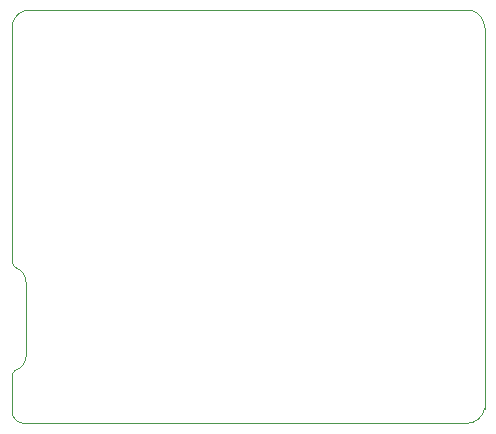
<source format=gm1>
G04 #@! TF.GenerationSoftware,KiCad,Pcbnew,(6.0.0)*
G04 #@! TF.CreationDate,2022-05-01T20:50:51-06:00*
G04 #@! TF.ProjectId,RX12G,52583132-472e-46b6-9963-61645f706362,rev?*
G04 #@! TF.SameCoordinates,Original*
G04 #@! TF.FileFunction,Profile,NP*
%FSLAX46Y46*%
G04 Gerber Fmt 4.6, Leading zero omitted, Abs format (unit mm)*
G04 Created by KiCad (PCBNEW (6.0.0)) date 2022-05-01 20:50:51*
%MOMM*%
%LPD*%
G01*
G04 APERTURE LIST*
G04 #@! TA.AperFunction,Profile*
%ADD10C,0.050000*%
G04 #@! TD*
G04 APERTURE END LIST*
D10*
X120200000Y-115200000D02*
G75*
G03*
X119210000Y-113760000I-1474502J46592D01*
G01*
X120007107Y-127000000D02*
X157500000Y-127000000D01*
X119211374Y-122542824D02*
G75*
G03*
X120200000Y-121200000I-417724J1342880D01*
G01*
X120200000Y-115200000D02*
X120200000Y-121200000D01*
X157500000Y-127000000D02*
G75*
G03*
X159000000Y-125760660I-2J1527414D01*
G01*
X159000000Y-93500000D02*
X159000000Y-125760660D01*
X119000000Y-125992893D02*
G75*
G03*
X120007107Y-127000000I1014288J7181D01*
G01*
X120500000Y-92000000D02*
X157760660Y-92000000D01*
X119000000Y-125992893D02*
X119001374Y-122892824D01*
X119000000Y-93239340D02*
X119000000Y-113410000D01*
X119000000Y-113410000D02*
G75*
G03*
X119210000Y-113760000I412010J9206D01*
G01*
X119211374Y-122542823D02*
G75*
G03*
X119001374Y-122892824I201987J-359193D01*
G01*
X120500000Y-92000000D02*
G75*
G03*
X119000000Y-93239340I2J-1527414D01*
G01*
X159000000Y-93500000D02*
G75*
G03*
X157760660Y-92000000I-1527414J-2D01*
G01*
M02*

</source>
